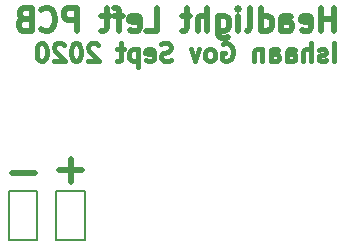
<source format=gbo>
G04 #@! TF.GenerationSoftware,KiCad,Pcbnew,(5.1.4)-1*
G04 #@! TF.CreationDate,2020-09-24T22:44:40-04:00*
G04 #@! TF.ProjectId,Headlight Right,48656164-6c69-4676-9874-205269676874,rev?*
G04 #@! TF.SameCoordinates,Original*
G04 #@! TF.FileFunction,Legend,Bot*
G04 #@! TF.FilePolarity,Positive*
%FSLAX46Y46*%
G04 Gerber Fmt 4.6, Leading zero omitted, Abs format (unit mm)*
G04 Created by KiCad (PCBNEW (5.1.4)-1) date 2020-09-24 22:44:40*
%MOMM*%
%LPD*%
G04 APERTURE LIST*
%ADD10C,0.381000*%
%ADD11C,0.476250*%
%ADD12C,0.508000*%
%ADD13C,0.150000*%
G04 APERTURE END LIST*
D10*
X135304857Y-94939428D02*
X135304857Y-93415428D01*
X134651714Y-94866857D02*
X134506571Y-94939428D01*
X134216285Y-94939428D01*
X134071142Y-94866857D01*
X133998571Y-94721714D01*
X133998571Y-94649142D01*
X134071142Y-94504000D01*
X134216285Y-94431428D01*
X134434000Y-94431428D01*
X134579142Y-94358857D01*
X134651714Y-94213714D01*
X134651714Y-94141142D01*
X134579142Y-93996000D01*
X134434000Y-93923428D01*
X134216285Y-93923428D01*
X134071142Y-93996000D01*
X133345428Y-94939428D02*
X133345428Y-93415428D01*
X132692285Y-94939428D02*
X132692285Y-94141142D01*
X132764857Y-93996000D01*
X132910000Y-93923428D01*
X133127714Y-93923428D01*
X133272857Y-93996000D01*
X133345428Y-94068571D01*
X131313428Y-94939428D02*
X131313428Y-94141142D01*
X131386000Y-93996000D01*
X131531142Y-93923428D01*
X131821428Y-93923428D01*
X131966571Y-93996000D01*
X131313428Y-94866857D02*
X131458571Y-94939428D01*
X131821428Y-94939428D01*
X131966571Y-94866857D01*
X132039142Y-94721714D01*
X132039142Y-94576571D01*
X131966571Y-94431428D01*
X131821428Y-94358857D01*
X131458571Y-94358857D01*
X131313428Y-94286285D01*
X129934571Y-94939428D02*
X129934571Y-94141142D01*
X130007142Y-93996000D01*
X130152285Y-93923428D01*
X130442571Y-93923428D01*
X130587714Y-93996000D01*
X129934571Y-94866857D02*
X130079714Y-94939428D01*
X130442571Y-94939428D01*
X130587714Y-94866857D01*
X130660285Y-94721714D01*
X130660285Y-94576571D01*
X130587714Y-94431428D01*
X130442571Y-94358857D01*
X130079714Y-94358857D01*
X129934571Y-94286285D01*
X129208857Y-93923428D02*
X129208857Y-94939428D01*
X129208857Y-94068571D02*
X129136285Y-93996000D01*
X128991142Y-93923428D01*
X128773428Y-93923428D01*
X128628285Y-93996000D01*
X128555714Y-94141142D01*
X128555714Y-94939428D01*
X125870571Y-93488000D02*
X126015714Y-93415428D01*
X126233428Y-93415428D01*
X126451142Y-93488000D01*
X126596285Y-93633142D01*
X126668857Y-93778285D01*
X126741428Y-94068571D01*
X126741428Y-94286285D01*
X126668857Y-94576571D01*
X126596285Y-94721714D01*
X126451142Y-94866857D01*
X126233428Y-94939428D01*
X126088285Y-94939428D01*
X125870571Y-94866857D01*
X125798000Y-94794285D01*
X125798000Y-94286285D01*
X126088285Y-94286285D01*
X124927142Y-94939428D02*
X125072285Y-94866857D01*
X125144857Y-94794285D01*
X125217428Y-94649142D01*
X125217428Y-94213714D01*
X125144857Y-94068571D01*
X125072285Y-93996000D01*
X124927142Y-93923428D01*
X124709428Y-93923428D01*
X124564285Y-93996000D01*
X124491714Y-94068571D01*
X124419142Y-94213714D01*
X124419142Y-94649142D01*
X124491714Y-94794285D01*
X124564285Y-94866857D01*
X124709428Y-94939428D01*
X124927142Y-94939428D01*
X123911142Y-93923428D02*
X123548285Y-94939428D01*
X123185428Y-93923428D01*
X121516285Y-94866857D02*
X121298571Y-94939428D01*
X120935714Y-94939428D01*
X120790571Y-94866857D01*
X120718000Y-94794285D01*
X120645428Y-94649142D01*
X120645428Y-94504000D01*
X120718000Y-94358857D01*
X120790571Y-94286285D01*
X120935714Y-94213714D01*
X121226000Y-94141142D01*
X121371142Y-94068571D01*
X121443714Y-93996000D01*
X121516285Y-93850857D01*
X121516285Y-93705714D01*
X121443714Y-93560571D01*
X121371142Y-93488000D01*
X121226000Y-93415428D01*
X120863142Y-93415428D01*
X120645428Y-93488000D01*
X119411714Y-94866857D02*
X119556857Y-94939428D01*
X119847142Y-94939428D01*
X119992285Y-94866857D01*
X120064857Y-94721714D01*
X120064857Y-94141142D01*
X119992285Y-93996000D01*
X119847142Y-93923428D01*
X119556857Y-93923428D01*
X119411714Y-93996000D01*
X119339142Y-94141142D01*
X119339142Y-94286285D01*
X120064857Y-94431428D01*
X118686000Y-93923428D02*
X118686000Y-95447428D01*
X118686000Y-93996000D02*
X118540857Y-93923428D01*
X118250571Y-93923428D01*
X118105428Y-93996000D01*
X118032857Y-94068571D01*
X117960285Y-94213714D01*
X117960285Y-94649142D01*
X118032857Y-94794285D01*
X118105428Y-94866857D01*
X118250571Y-94939428D01*
X118540857Y-94939428D01*
X118686000Y-94866857D01*
X117524857Y-93923428D02*
X116944285Y-93923428D01*
X117307142Y-93415428D02*
X117307142Y-94721714D01*
X117234571Y-94866857D01*
X117089428Y-94939428D01*
X116944285Y-94939428D01*
X115347714Y-93560571D02*
X115275142Y-93488000D01*
X115130000Y-93415428D01*
X114767142Y-93415428D01*
X114622000Y-93488000D01*
X114549428Y-93560571D01*
X114476857Y-93705714D01*
X114476857Y-93850857D01*
X114549428Y-94068571D01*
X115420285Y-94939428D01*
X114476857Y-94939428D01*
X113533428Y-93415428D02*
X113388285Y-93415428D01*
X113243142Y-93488000D01*
X113170571Y-93560571D01*
X113098000Y-93705714D01*
X113025428Y-93996000D01*
X113025428Y-94358857D01*
X113098000Y-94649142D01*
X113170571Y-94794285D01*
X113243142Y-94866857D01*
X113388285Y-94939428D01*
X113533428Y-94939428D01*
X113678571Y-94866857D01*
X113751142Y-94794285D01*
X113823714Y-94649142D01*
X113896285Y-94358857D01*
X113896285Y-93996000D01*
X113823714Y-93705714D01*
X113751142Y-93560571D01*
X113678571Y-93488000D01*
X113533428Y-93415428D01*
X112444857Y-93560571D02*
X112372285Y-93488000D01*
X112227142Y-93415428D01*
X111864285Y-93415428D01*
X111719142Y-93488000D01*
X111646571Y-93560571D01*
X111574000Y-93705714D01*
X111574000Y-93850857D01*
X111646571Y-94068571D01*
X112517428Y-94939428D01*
X111574000Y-94939428D01*
X110630571Y-93415428D02*
X110485428Y-93415428D01*
X110340285Y-93488000D01*
X110267714Y-93560571D01*
X110195142Y-93705714D01*
X110122571Y-93996000D01*
X110122571Y-94358857D01*
X110195142Y-94649142D01*
X110267714Y-94794285D01*
X110340285Y-94866857D01*
X110485428Y-94939428D01*
X110630571Y-94939428D01*
X110775714Y-94866857D01*
X110848285Y-94794285D01*
X110920857Y-94649142D01*
X110993428Y-94358857D01*
X110993428Y-93996000D01*
X110920857Y-93705714D01*
X110848285Y-93560571D01*
X110775714Y-93488000D01*
X110630571Y-93415428D01*
D11*
X135289642Y-92361785D02*
X135289642Y-90456785D01*
X135289642Y-91363928D02*
X134201071Y-91363928D01*
X134201071Y-92361785D02*
X134201071Y-90456785D01*
X132568214Y-92271071D02*
X132749642Y-92361785D01*
X133112500Y-92361785D01*
X133293928Y-92271071D01*
X133384642Y-92089642D01*
X133384642Y-91363928D01*
X133293928Y-91182500D01*
X133112500Y-91091785D01*
X132749642Y-91091785D01*
X132568214Y-91182500D01*
X132477500Y-91363928D01*
X132477500Y-91545357D01*
X133384642Y-91726785D01*
X130844642Y-92361785D02*
X130844642Y-91363928D01*
X130935357Y-91182500D01*
X131116785Y-91091785D01*
X131479642Y-91091785D01*
X131661071Y-91182500D01*
X130844642Y-92271071D02*
X131026071Y-92361785D01*
X131479642Y-92361785D01*
X131661071Y-92271071D01*
X131751785Y-92089642D01*
X131751785Y-91908214D01*
X131661071Y-91726785D01*
X131479642Y-91636071D01*
X131026071Y-91636071D01*
X130844642Y-91545357D01*
X129121071Y-92361785D02*
X129121071Y-90456785D01*
X129121071Y-92271071D02*
X129302500Y-92361785D01*
X129665357Y-92361785D01*
X129846785Y-92271071D01*
X129937500Y-92180357D01*
X130028214Y-91998928D01*
X130028214Y-91454642D01*
X129937500Y-91273214D01*
X129846785Y-91182500D01*
X129665357Y-91091785D01*
X129302500Y-91091785D01*
X129121071Y-91182500D01*
X127941785Y-92361785D02*
X128123214Y-92271071D01*
X128213928Y-92089642D01*
X128213928Y-90456785D01*
X127216071Y-92361785D02*
X127216071Y-91091785D01*
X127216071Y-90456785D02*
X127306785Y-90547500D01*
X127216071Y-90638214D01*
X127125357Y-90547500D01*
X127216071Y-90456785D01*
X127216071Y-90638214D01*
X125492500Y-91091785D02*
X125492500Y-92633928D01*
X125583214Y-92815357D01*
X125673928Y-92906071D01*
X125855357Y-92996785D01*
X126127500Y-92996785D01*
X126308928Y-92906071D01*
X125492500Y-92271071D02*
X125673928Y-92361785D01*
X126036785Y-92361785D01*
X126218214Y-92271071D01*
X126308928Y-92180357D01*
X126399642Y-91998928D01*
X126399642Y-91454642D01*
X126308928Y-91273214D01*
X126218214Y-91182500D01*
X126036785Y-91091785D01*
X125673928Y-91091785D01*
X125492500Y-91182500D01*
X124585357Y-92361785D02*
X124585357Y-90456785D01*
X123768928Y-92361785D02*
X123768928Y-91363928D01*
X123859642Y-91182500D01*
X124041071Y-91091785D01*
X124313214Y-91091785D01*
X124494642Y-91182500D01*
X124585357Y-91273214D01*
X123133928Y-91091785D02*
X122408214Y-91091785D01*
X122861785Y-90456785D02*
X122861785Y-92089642D01*
X122771071Y-92271071D01*
X122589642Y-92361785D01*
X122408214Y-92361785D01*
X119414642Y-92361785D02*
X120321785Y-92361785D01*
X120321785Y-90456785D01*
X118053928Y-92271071D02*
X118235357Y-92361785D01*
X118598214Y-92361785D01*
X118779642Y-92271071D01*
X118870357Y-92089642D01*
X118870357Y-91363928D01*
X118779642Y-91182500D01*
X118598214Y-91091785D01*
X118235357Y-91091785D01*
X118053928Y-91182500D01*
X117963214Y-91363928D01*
X117963214Y-91545357D01*
X118870357Y-91726785D01*
X117418928Y-91091785D02*
X116693214Y-91091785D01*
X117146785Y-92361785D02*
X117146785Y-90728928D01*
X117056071Y-90547500D01*
X116874642Y-90456785D01*
X116693214Y-90456785D01*
X116330357Y-91091785D02*
X115604642Y-91091785D01*
X116058214Y-90456785D02*
X116058214Y-92089642D01*
X115967500Y-92271071D01*
X115786071Y-92361785D01*
X115604642Y-92361785D01*
X113518214Y-92361785D02*
X113518214Y-90456785D01*
X112792500Y-90456785D01*
X112611071Y-90547500D01*
X112520357Y-90638214D01*
X112429642Y-90819642D01*
X112429642Y-91091785D01*
X112520357Y-91273214D01*
X112611071Y-91363928D01*
X112792500Y-91454642D01*
X113518214Y-91454642D01*
X110524642Y-92180357D02*
X110615357Y-92271071D01*
X110887500Y-92361785D01*
X111068928Y-92361785D01*
X111341071Y-92271071D01*
X111522500Y-92089642D01*
X111613214Y-91908214D01*
X111703928Y-91545357D01*
X111703928Y-91273214D01*
X111613214Y-90910357D01*
X111522500Y-90728928D01*
X111341071Y-90547500D01*
X111068928Y-90456785D01*
X110887500Y-90456785D01*
X110615357Y-90547500D01*
X110524642Y-90638214D01*
X109073214Y-91363928D02*
X108801071Y-91454642D01*
X108710357Y-91545357D01*
X108619642Y-91726785D01*
X108619642Y-91998928D01*
X108710357Y-92180357D01*
X108801071Y-92271071D01*
X108982500Y-92361785D01*
X109708214Y-92361785D01*
X109708214Y-90456785D01*
X109073214Y-90456785D01*
X108891785Y-90547500D01*
X108801071Y-90638214D01*
X108710357Y-90819642D01*
X108710357Y-91001071D01*
X108801071Y-91182500D01*
X108891785Y-91273214D01*
X109073214Y-91363928D01*
X109708214Y-91363928D01*
D12*
X113967619Y-104181428D02*
X112032380Y-104181428D01*
X113000000Y-105149047D02*
X113000000Y-103213809D01*
X109967619Y-104431428D02*
X108032380Y-104431428D01*
D13*
X110200000Y-105900000D02*
X107800000Y-105900000D01*
X110200000Y-110100000D02*
X110200000Y-105900000D01*
X107800000Y-110100000D02*
X110200000Y-110100000D01*
X107800000Y-105900000D02*
X107800000Y-110100000D01*
X111800000Y-105900000D02*
X111800000Y-110100000D01*
X111800000Y-110100000D02*
X114200000Y-110100000D01*
X114200000Y-110100000D02*
X114200000Y-105900000D01*
X114200000Y-105900000D02*
X111800000Y-105900000D01*
M02*

</source>
